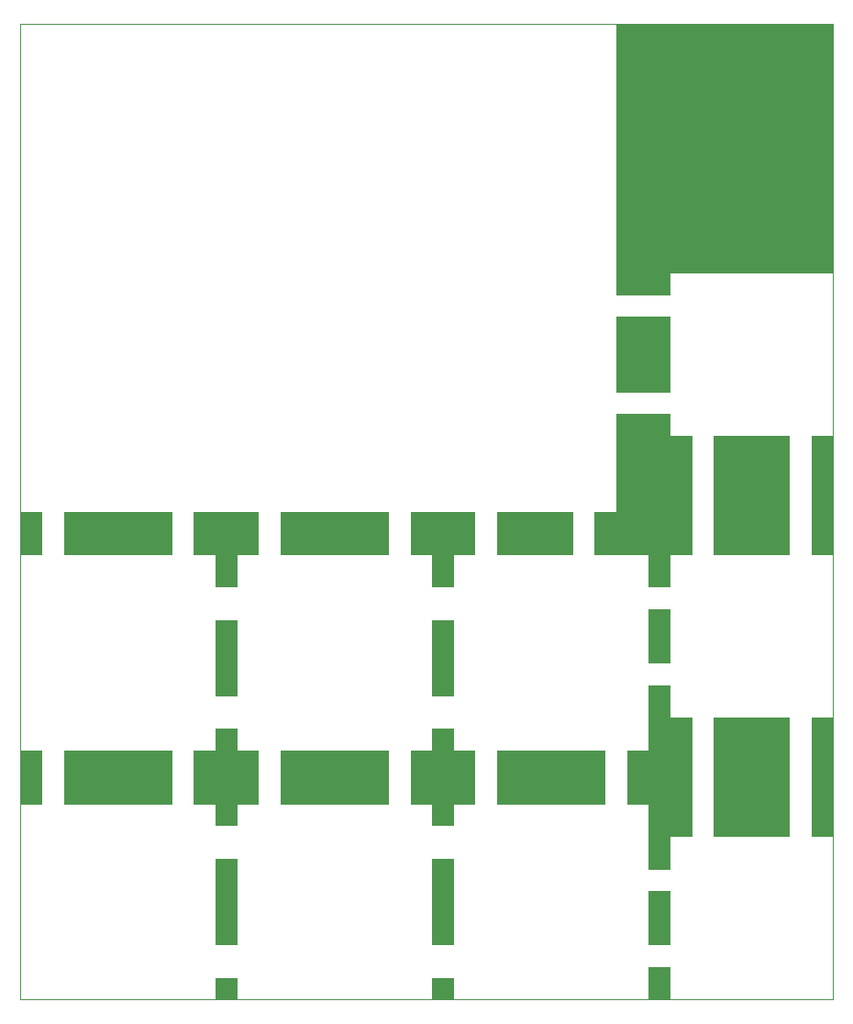
<source format=gbr>
%TF.GenerationSoftware,Altium Limited,Altium Designer,24.3.1 (35)*%
G04 Layer_Color=0*
%FSLAX45Y45*%
%MOMM*%
%TF.SameCoordinates,065391E9-2A1D-4ECE-AA0D-878B158C5FC5*%
%TF.FilePolarity,Positive*%
%TF.FileFunction,Profile,NP*%
%TF.Part,CustomerPanel*%
G01*
G75*
%TA.AperFunction,Profile*%
%ADD56C,0.02540*%
G36*
X5500000Y6300000D02*
X6000000D01*
Y5600000D01*
X5500000D01*
Y6300000D01*
D02*
G37*
G36*
Y5400000D02*
X6000000D01*
Y5200000D01*
X5500000D01*
Y5400000D01*
D02*
G37*
G36*
Y6700000D02*
X6000000D01*
Y6500000D01*
X5500000D01*
Y6700000D01*
D02*
G37*
G36*
X7300000Y5200000D02*
Y4100000D01*
X7500000D01*
Y5200000D01*
X7300000D01*
D02*
G37*
G36*
X5500000D02*
Y4100000D01*
X6200000D01*
Y5200000D01*
X5500000D01*
D02*
G37*
G36*
X6400000D02*
X7100000D01*
Y4100000D01*
X6400000D01*
Y5200000D01*
D02*
G37*
G36*
X5499960Y9000000D02*
X7500000D01*
Y6700000D01*
X5499960D01*
Y9000000D01*
D02*
G37*
G36*
X6400000Y2600000D02*
X7100000D01*
Y1500000D01*
X6400000D01*
Y2600000D01*
D02*
G37*
G36*
X5800000Y300000D02*
X6000000D01*
Y0D01*
X5800000D01*
Y300000D01*
D02*
G37*
G36*
Y1500000D02*
X6000000D01*
Y1200000D01*
X5800000D01*
Y1500000D01*
D02*
G37*
G36*
Y1000000D02*
X6000000D01*
Y500000D01*
X5800000D01*
Y1000000D01*
D02*
G37*
G36*
Y3600000D02*
X6000000D01*
Y3100000D01*
X5800000D01*
Y3600000D01*
D02*
G37*
G36*
Y2900000D02*
X6000000D01*
Y2600000D01*
X5800000D01*
Y2900000D01*
D02*
G37*
G36*
Y4100000D02*
X6000000D01*
Y3800000D01*
X5800000D01*
Y4100000D01*
D02*
G37*
G36*
X3800000Y200000D02*
X4000000D01*
Y0D01*
X3800000D01*
Y200000D01*
D02*
G37*
G36*
X1800000D02*
X2000000D01*
Y0D01*
X1800000D01*
Y200000D01*
D02*
G37*
G36*
X3800000Y1300000D02*
X4000000D01*
Y500000D01*
X3800000D01*
Y1300000D01*
D02*
G37*
G36*
Y3500000D02*
X4000000D01*
Y2800000D01*
X3800000D01*
Y3500000D01*
D02*
G37*
G36*
X1800000Y1300000D02*
X2000000D01*
Y500000D01*
X1800000D01*
Y1300000D01*
D02*
G37*
G36*
Y3500000D02*
X2000000D01*
Y2800000D01*
X1800000D01*
Y3500000D01*
D02*
G37*
G36*
X5800000Y2600000D02*
Y1500000D01*
X6200000D01*
Y2600000D01*
X5800000D01*
D02*
G37*
G36*
X7300000D02*
Y1500000D01*
X7500000D01*
Y2600000D01*
X7300000D01*
D02*
G37*
G36*
X0Y4500000D02*
X200000D01*
Y4100000D01*
X0D01*
Y4500000D01*
D02*
G37*
G36*
X1800000D02*
X2000000D01*
Y3800000D01*
X1800000D01*
Y4500000D01*
D02*
G37*
G36*
X400000D02*
Y4100000D01*
X1400000D01*
Y4500000D01*
X400000D01*
D02*
G37*
G36*
X1800000D02*
X1600000D01*
Y4100000D01*
X1800000D01*
Y4500000D01*
D02*
G37*
G36*
X3800000D02*
X3600000D01*
Y4100000D01*
X3800000D01*
Y4500000D01*
D02*
G37*
G36*
X2400000D02*
Y4100000D01*
X3400000D01*
Y4500000D01*
X2400000D01*
D02*
G37*
G36*
X2000000D02*
X2200000D01*
Y4100000D01*
X2000000D01*
Y4500000D01*
D02*
G37*
G36*
X5500000D02*
X5300000D01*
Y4100000D01*
X5500000D01*
Y4500000D01*
D02*
G37*
G36*
X4400000D02*
Y4100000D01*
X5100000D01*
Y4500000D01*
X4400000D01*
D02*
G37*
G36*
X4000000D02*
X4200000D01*
Y4100000D01*
X4000000D01*
Y4500000D01*
D02*
G37*
G36*
X3800000D02*
X4000000D01*
Y3800000D01*
X3800000D01*
Y4500000D01*
D02*
G37*
G36*
Y2500000D02*
X4000000D01*
Y1600000D01*
X3800000D01*
Y2500000D01*
D02*
G37*
G36*
X4000000Y2300000D02*
X4200000D01*
Y1800000D01*
X4000000D01*
Y2300000D01*
D02*
G37*
G36*
X4400000D02*
Y1800000D01*
X5400000D01*
Y2300000D01*
X4400000D01*
D02*
G37*
G36*
X5800000D02*
X5600000D01*
Y1800000D01*
X5800000D01*
Y2300000D01*
D02*
G37*
G36*
X2000000D02*
X2200000D01*
Y1800000D01*
X2000000D01*
Y2300000D01*
D02*
G37*
G36*
X2400000D02*
Y1800000D01*
X3400000D01*
Y2300000D01*
X2400000D01*
D02*
G37*
G36*
X3800000D02*
X3600000D01*
Y1800000D01*
X3800000D01*
Y2300000D01*
D02*
G37*
G36*
X1800000Y2500000D02*
X2000000D01*
Y1600000D01*
X1800000D01*
Y2500000D01*
D02*
G37*
G36*
Y2300000D02*
X1600000D01*
Y1800000D01*
X1800000D01*
Y2300000D01*
D02*
G37*
G36*
X400000D02*
Y1800000D01*
X1400000D01*
Y2300000D01*
X400000D01*
D02*
G37*
G36*
X0D02*
X200000D01*
Y1800000D01*
X0D01*
Y2300000D01*
D02*
G37*
D56*
Y0D02*
Y9000000D01*
X7500000D01*
Y0D01*
X0D01*
%TF.MD5,761aa1f6384fdc066e80ef33807ae33f*%
M02*

</source>
